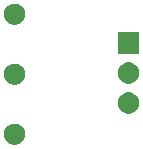
<source format=gbr>
G04 #@! TF.GenerationSoftware,KiCad,Pcbnew,(5.1.6)-1*
G04 #@! TF.CreationDate,2021-07-19T20:32:28-05:00*
G04 #@! TF.ProjectId,PotentiometerToServoWire,506f7465-6e74-4696-9f6d-65746572546f,rev?*
G04 #@! TF.SameCoordinates,Original*
G04 #@! TF.FileFunction,Soldermask,Top*
G04 #@! TF.FilePolarity,Negative*
%FSLAX46Y46*%
G04 Gerber Fmt 4.6, Leading zero omitted, Abs format (unit mm)*
G04 Created by KiCad (PCBNEW (5.1.6)-1) date 2021-07-19 20:32:28*
%MOMM*%
%LPD*%
G01*
G04 APERTURE LIST*
%ADD10C,0.100000*%
G04 APERTURE END LIST*
D10*
G36*
X137273512Y-95623927D02*
G01*
X137422812Y-95653624D01*
X137586784Y-95721544D01*
X137734354Y-95820147D01*
X137859853Y-95945646D01*
X137958456Y-96093216D01*
X138026376Y-96257188D01*
X138061000Y-96431259D01*
X138061000Y-96608741D01*
X138026376Y-96782812D01*
X137958456Y-96946784D01*
X137859853Y-97094354D01*
X137734354Y-97219853D01*
X137586784Y-97318456D01*
X137422812Y-97386376D01*
X137273512Y-97416073D01*
X137248742Y-97421000D01*
X137071258Y-97421000D01*
X137046488Y-97416073D01*
X136897188Y-97386376D01*
X136733216Y-97318456D01*
X136585646Y-97219853D01*
X136460147Y-97094354D01*
X136361544Y-96946784D01*
X136293624Y-96782812D01*
X136259000Y-96608741D01*
X136259000Y-96431259D01*
X136293624Y-96257188D01*
X136361544Y-96093216D01*
X136460147Y-95945646D01*
X136585646Y-95820147D01*
X136733216Y-95721544D01*
X136897188Y-95653624D01*
X137046488Y-95623927D01*
X137071258Y-95619000D01*
X137248742Y-95619000D01*
X137273512Y-95623927D01*
G37*
G36*
X146913512Y-92983927D02*
G01*
X147062812Y-93013624D01*
X147226784Y-93081544D01*
X147374354Y-93180147D01*
X147499853Y-93305646D01*
X147598456Y-93453216D01*
X147666376Y-93617188D01*
X147701000Y-93791259D01*
X147701000Y-93968741D01*
X147666376Y-94142812D01*
X147598456Y-94306784D01*
X147499853Y-94454354D01*
X147374354Y-94579853D01*
X147226784Y-94678456D01*
X147062812Y-94746376D01*
X146913512Y-94776073D01*
X146888742Y-94781000D01*
X146711258Y-94781000D01*
X146686488Y-94776073D01*
X146537188Y-94746376D01*
X146373216Y-94678456D01*
X146225646Y-94579853D01*
X146100147Y-94454354D01*
X146001544Y-94306784D01*
X145933624Y-94142812D01*
X145899000Y-93968741D01*
X145899000Y-93791259D01*
X145933624Y-93617188D01*
X146001544Y-93453216D01*
X146100147Y-93305646D01*
X146225646Y-93180147D01*
X146373216Y-93081544D01*
X146537188Y-93013624D01*
X146686488Y-92983927D01*
X146711258Y-92979000D01*
X146888742Y-92979000D01*
X146913512Y-92983927D01*
G37*
G36*
X137261531Y-90541544D02*
G01*
X137422812Y-90573624D01*
X137586784Y-90641544D01*
X137734354Y-90740147D01*
X137859853Y-90865646D01*
X137958456Y-91013216D01*
X138026376Y-91177188D01*
X138061000Y-91351259D01*
X138061000Y-91528741D01*
X138026376Y-91702812D01*
X137958456Y-91866784D01*
X137859853Y-92014354D01*
X137734354Y-92139853D01*
X137586784Y-92238456D01*
X137422812Y-92306376D01*
X137273512Y-92336073D01*
X137248742Y-92341000D01*
X137071258Y-92341000D01*
X137046488Y-92336073D01*
X136897188Y-92306376D01*
X136733216Y-92238456D01*
X136585646Y-92139853D01*
X136460147Y-92014354D01*
X136361544Y-91866784D01*
X136293624Y-91702812D01*
X136259000Y-91528741D01*
X136259000Y-91351259D01*
X136293624Y-91177188D01*
X136361544Y-91013216D01*
X136460147Y-90865646D01*
X136585646Y-90740147D01*
X136733216Y-90641544D01*
X136897188Y-90573624D01*
X137058469Y-90541544D01*
X137071258Y-90539000D01*
X137248742Y-90539000D01*
X137261531Y-90541544D01*
G37*
G36*
X146913512Y-90443927D02*
G01*
X147062812Y-90473624D01*
X147226784Y-90541544D01*
X147374354Y-90640147D01*
X147499853Y-90765646D01*
X147598456Y-90913216D01*
X147666376Y-91077188D01*
X147701000Y-91251259D01*
X147701000Y-91428741D01*
X147666376Y-91602812D01*
X147598456Y-91766784D01*
X147499853Y-91914354D01*
X147374354Y-92039853D01*
X147226784Y-92138456D01*
X147062812Y-92206376D01*
X146913512Y-92236073D01*
X146888742Y-92241000D01*
X146711258Y-92241000D01*
X146686488Y-92236073D01*
X146537188Y-92206376D01*
X146373216Y-92138456D01*
X146225646Y-92039853D01*
X146100147Y-91914354D01*
X146001544Y-91766784D01*
X145933624Y-91602812D01*
X145899000Y-91428741D01*
X145899000Y-91251259D01*
X145933624Y-91077188D01*
X146001544Y-90913216D01*
X146100147Y-90765646D01*
X146225646Y-90640147D01*
X146373216Y-90541544D01*
X146537188Y-90473624D01*
X146686488Y-90443927D01*
X146711258Y-90439000D01*
X146888742Y-90439000D01*
X146913512Y-90443927D01*
G37*
G36*
X147701000Y-89701000D02*
G01*
X145899000Y-89701000D01*
X145899000Y-87899000D01*
X147701000Y-87899000D01*
X147701000Y-89701000D01*
G37*
G36*
X137273512Y-85463927D02*
G01*
X137422812Y-85493624D01*
X137586784Y-85561544D01*
X137734354Y-85660147D01*
X137859853Y-85785646D01*
X137958456Y-85933216D01*
X138026376Y-86097188D01*
X138061000Y-86271259D01*
X138061000Y-86448741D01*
X138026376Y-86622812D01*
X137958456Y-86786784D01*
X137859853Y-86934354D01*
X137734354Y-87059853D01*
X137586784Y-87158456D01*
X137422812Y-87226376D01*
X137273512Y-87256073D01*
X137248742Y-87261000D01*
X137071258Y-87261000D01*
X137046488Y-87256073D01*
X136897188Y-87226376D01*
X136733216Y-87158456D01*
X136585646Y-87059853D01*
X136460147Y-86934354D01*
X136361544Y-86786784D01*
X136293624Y-86622812D01*
X136259000Y-86448741D01*
X136259000Y-86271259D01*
X136293624Y-86097188D01*
X136361544Y-85933216D01*
X136460147Y-85785646D01*
X136585646Y-85660147D01*
X136733216Y-85561544D01*
X136897188Y-85493624D01*
X137046488Y-85463927D01*
X137071258Y-85459000D01*
X137248742Y-85459000D01*
X137273512Y-85463927D01*
G37*
M02*

</source>
